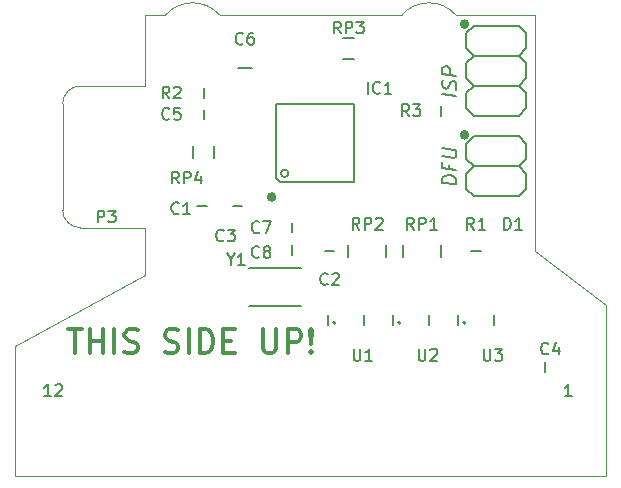
<source format=gto>
G04 #@! TF.FileFunction,Legend,Top*
%FSLAX46Y46*%
G04 Gerber Fmt 4.6, Leading zero omitted, Abs format (unit mm)*
G04 Created by KiCad (PCBNEW 4.0.5) date 02/05/17 15:08:45*
%MOMM*%
%LPD*%
G01*
G04 APERTURE LIST*
%ADD10C,0.100000*%
%ADD11C,0.400000*%
%ADD12C,0.300000*%
%ADD13C,0.200000*%
%ADD14C,0.150000*%
%ADD15R,2.620000X5.160000*%
%ADD16C,3.080000*%
%ADD17R,0.680000X0.980000*%
%ADD18R,0.980000X0.680000*%
%ADD19R,1.080000X1.080000*%
%ADD20C,1.880000*%
%ADD21R,0.630000X1.580000*%
%ADD22R,1.580000X0.630000*%
%ADD23R,1.180000X1.080000*%
%ADD24R,1.080000X1.180000*%
%ADD25R,1.580000X1.380000*%
%ADD26R,0.580000X0.980000*%
%ADD27R,2.080000X0.680000*%
%ADD28R,2.080000X0.530000*%
%ADD29C,0.880000*%
%ADD30O,2.280000X1.730000*%
%ADD31O,2.280000X1.630000*%
%ADD32R,0.680000X1.280000*%
%ADD33R,2.080000X2.480000*%
G04 APERTURE END LIST*
D10*
D11*
X21900000Y23600000D02*
G75*
G03X21900000Y23600000I-200000J0D01*
G01*
D10*
X4000000Y22500000D02*
G75*
G03X5500000Y21000000I1500000J0D01*
G01*
X5500000Y33000000D02*
G75*
G03X4000000Y31500000I0J-1500000D01*
G01*
D12*
X4471428Y12395238D02*
X5614285Y12395238D01*
X5042857Y10395238D02*
X5042857Y12395238D01*
X6280952Y10395238D02*
X6280952Y12395238D01*
X6280952Y11442857D02*
X7423810Y11442857D01*
X7423810Y10395238D02*
X7423810Y12395238D01*
X8376190Y10395238D02*
X8376190Y12395238D01*
X9233333Y10490476D02*
X9519048Y10395238D01*
X9995238Y10395238D01*
X10185714Y10490476D01*
X10280952Y10585714D01*
X10376191Y10776190D01*
X10376191Y10966667D01*
X10280952Y11157143D01*
X10185714Y11252381D01*
X9995238Y11347619D01*
X9614286Y11442857D01*
X9423810Y11538095D01*
X9328571Y11633333D01*
X9233333Y11823810D01*
X9233333Y12014286D01*
X9328571Y12204762D01*
X9423810Y12300000D01*
X9614286Y12395238D01*
X10090476Y12395238D01*
X10376191Y12300000D01*
X12661905Y10490476D02*
X12947620Y10395238D01*
X13423810Y10395238D01*
X13614286Y10490476D01*
X13709524Y10585714D01*
X13804763Y10776190D01*
X13804763Y10966667D01*
X13709524Y11157143D01*
X13614286Y11252381D01*
X13423810Y11347619D01*
X13042858Y11442857D01*
X12852382Y11538095D01*
X12757143Y11633333D01*
X12661905Y11823810D01*
X12661905Y12014286D01*
X12757143Y12204762D01*
X12852382Y12300000D01*
X13042858Y12395238D01*
X13519048Y12395238D01*
X13804763Y12300000D01*
X14661905Y10395238D02*
X14661905Y12395238D01*
X15614286Y10395238D02*
X15614286Y12395238D01*
X16090477Y12395238D01*
X16376191Y12300000D01*
X16566667Y12109524D01*
X16661906Y11919048D01*
X16757144Y11538095D01*
X16757144Y11252381D01*
X16661906Y10871429D01*
X16566667Y10680952D01*
X16376191Y10490476D01*
X16090477Y10395238D01*
X15614286Y10395238D01*
X17614286Y11442857D02*
X18280953Y11442857D01*
X18566667Y10395238D02*
X17614286Y10395238D01*
X17614286Y12395238D01*
X18566667Y12395238D01*
X20947620Y12395238D02*
X20947620Y10776190D01*
X21042859Y10585714D01*
X21138097Y10490476D01*
X21328573Y10395238D01*
X21709525Y10395238D01*
X21900001Y10490476D01*
X21995240Y10585714D01*
X22090478Y10776190D01*
X22090478Y12395238D01*
X23042858Y10395238D02*
X23042858Y12395238D01*
X23804763Y12395238D01*
X23995239Y12300000D01*
X24090478Y12204762D01*
X24185716Y12014286D01*
X24185716Y11728571D01*
X24090478Y11538095D01*
X23995239Y11442857D01*
X23804763Y11347619D01*
X23042858Y11347619D01*
X25042858Y10585714D02*
X25138097Y10490476D01*
X25042858Y10395238D01*
X24947620Y10490476D01*
X25042858Y10585714D01*
X25042858Y10395238D01*
X25042858Y11157143D02*
X24947620Y12300000D01*
X25042858Y12395238D01*
X25138097Y12300000D01*
X25042858Y11157143D01*
X25042858Y12395238D01*
D11*
X38230000Y28870000D02*
G75*
G03X38230000Y28870000I-200000J0D01*
G01*
X38230000Y38240000D02*
G75*
G03X38230000Y38240000I-200000J0D01*
G01*
D13*
X37342857Y24675000D02*
X36142857Y24825000D01*
X36142857Y25110715D01*
X36200000Y25275000D01*
X36314286Y25375000D01*
X36428571Y25417858D01*
X36657143Y25446429D01*
X36828571Y25425001D01*
X37057143Y25339286D01*
X37171429Y25267857D01*
X37285714Y25139286D01*
X37342857Y24960715D01*
X37342857Y24675000D01*
X36714286Y26353571D02*
X36714286Y25953571D01*
X37342857Y25875000D02*
X36142857Y26025000D01*
X36142857Y26596429D01*
X36142857Y27053571D02*
X37114286Y26932142D01*
X37228571Y26975000D01*
X37285714Y27025000D01*
X37342857Y27132143D01*
X37342857Y27360714D01*
X37285714Y27482143D01*
X37228571Y27546429D01*
X37114286Y27617857D01*
X36142857Y27739286D01*
X37342857Y32160714D02*
X36142857Y32310714D01*
X37285714Y32682143D02*
X37342857Y32846429D01*
X37342857Y33132143D01*
X37285714Y33253572D01*
X37228571Y33317858D01*
X37114286Y33389286D01*
X37000000Y33403572D01*
X36885714Y33360715D01*
X36828571Y33310715D01*
X36771429Y33203571D01*
X36714286Y32982143D01*
X36657143Y32875000D01*
X36600000Y32825000D01*
X36485714Y32782143D01*
X36371429Y32796428D01*
X36257143Y32867857D01*
X36200000Y32932143D01*
X36142857Y33053572D01*
X36142857Y33339286D01*
X36200000Y33503572D01*
X37342857Y33875000D02*
X36142857Y34025000D01*
X36142857Y34482143D01*
X36200000Y34589286D01*
X36257143Y34639286D01*
X36371429Y34682143D01*
X36542857Y34660715D01*
X36657143Y34589286D01*
X36714286Y34525000D01*
X36771429Y34403571D01*
X36771429Y33946428D01*
D14*
X47085715Y6747619D02*
X46514286Y6747619D01*
X46800000Y6747619D02*
X46800000Y7747619D01*
X46704762Y7604762D01*
X46609524Y7509524D01*
X46514286Y7461905D01*
X3009524Y6747619D02*
X2438095Y6747619D01*
X2723809Y6747619D02*
X2723809Y7747619D01*
X2628571Y7604762D01*
X2533333Y7509524D01*
X2438095Y7461905D01*
X3390476Y7652381D02*
X3438095Y7700000D01*
X3533333Y7747619D01*
X3771429Y7747619D01*
X3866667Y7700000D01*
X3914286Y7652381D01*
X3961905Y7557143D01*
X3961905Y7461905D01*
X3914286Y7319048D01*
X3342857Y6747619D01*
X3961905Y6747619D01*
D10*
X37300000Y39000000D02*
G75*
G03X32700000Y39000000I-2300000J-2000000D01*
G01*
X17300000Y39000000D02*
G75*
G03X12700000Y39000000I-2300000J-2000000D01*
G01*
X17300000Y39000000D02*
X32700000Y39000000D01*
X37300000Y39000000D02*
X44000000Y39000000D01*
X11000000Y39000000D02*
X12700000Y39000000D01*
X11000000Y39000000D02*
X11000000Y33000000D01*
X0Y11000000D02*
X11000000Y17000000D01*
X5500000Y33000000D02*
X11000000Y33000000D01*
X5500000Y21000000D02*
X11000000Y21000000D01*
X4000000Y31500000D02*
X4000000Y22500000D01*
X11000000Y21000000D02*
X11000000Y17000000D01*
X44000000Y39000000D02*
X44000000Y19000000D01*
X44000000Y19000000D02*
X50000000Y14500000D01*
X50000000Y0D02*
X50000000Y14500000D01*
X0Y0D02*
X0Y11000000D01*
X0Y0D02*
X50000000Y0D01*
D14*
X16800000Y26900000D02*
X16800000Y27900000D01*
X15000000Y26900000D02*
X15000000Y27900000D01*
X27700000Y35300000D02*
X28700000Y35300000D01*
X27700000Y37100000D02*
X28700000Y37100000D01*
D13*
X23400000Y20600000D02*
X23400000Y21400000D01*
X23400000Y18700000D02*
X23400000Y19500000D01*
X38160000Y25565000D02*
X38795000Y26200000D01*
X38795000Y26200000D02*
X38160000Y26835000D01*
X43240000Y26835000D02*
X42605000Y26200000D01*
X42605000Y28740000D02*
X43240000Y28105000D01*
X38160000Y28105000D02*
X38795000Y28740000D01*
X42605000Y26200000D02*
X43240000Y25565000D01*
X43240000Y25565000D02*
X43240000Y24295000D01*
X43240000Y24295000D02*
X42605000Y23660000D01*
X38795000Y23660000D02*
X38160000Y24295000D01*
X38160000Y24295000D02*
X38160000Y25565000D01*
X38160000Y26835000D02*
X38160000Y28105000D01*
X38795000Y28740000D02*
X42605000Y28740000D01*
X43240000Y28105000D02*
X43240000Y26835000D01*
X42605000Y26200000D02*
X38795000Y26200000D01*
X42605000Y23660000D02*
X38795000Y23660000D01*
X38160000Y32395000D02*
X38795000Y33030000D01*
X38160000Y31125000D02*
X38160000Y32395000D01*
X38795000Y30490000D02*
X38160000Y31125000D01*
X42605000Y30490000D02*
X38795000Y30490000D01*
X43240000Y31125000D02*
X42605000Y30490000D01*
X43240000Y32395000D02*
X43240000Y31125000D01*
X42605000Y33030000D02*
X43240000Y32395000D01*
X38160000Y34935000D02*
X38795000Y35570000D01*
X38795000Y35570000D02*
X38160000Y36205000D01*
X43240000Y36205000D02*
X42605000Y35570000D01*
X42605000Y38110000D02*
X43240000Y37475000D01*
X38160000Y37475000D02*
X38795000Y38110000D01*
X42605000Y35570000D02*
X43240000Y34935000D01*
X43240000Y34935000D02*
X43240000Y33665000D01*
X43240000Y33665000D02*
X42605000Y33030000D01*
X38795000Y33030000D02*
X38160000Y33665000D01*
X38160000Y33665000D02*
X38160000Y34935000D01*
X38160000Y36205000D02*
X38160000Y37475000D01*
X38795000Y38110000D02*
X42605000Y38110000D01*
X43240000Y37475000D02*
X43240000Y36205000D01*
X42605000Y35570000D02*
X38795000Y35570000D01*
X42605000Y33030000D02*
X38795000Y33030000D01*
X22400000Y24900000D02*
X22100000Y25200000D01*
X23116228Y25600000D02*
G75*
G03X23116228Y25600000I-316228J0D01*
G01*
X28700000Y24900000D02*
X22400000Y24900000D01*
X22100000Y31500000D02*
X28700000Y31500000D01*
X28700000Y24900000D02*
X28700000Y31500000D01*
X22100000Y25200000D02*
X22100000Y31500000D01*
X16000000Y31000000D02*
X16000000Y30200000D01*
X44800000Y8800000D02*
X44800000Y9600000D01*
X18400000Y22800000D02*
X19200000Y22800000D01*
X26200000Y19000000D02*
X27000000Y19000000D01*
X15400000Y22800000D02*
X16200000Y22800000D01*
X16000000Y32000000D02*
X16000000Y32800000D01*
X38600000Y19000000D02*
X39400000Y19000000D01*
X20031000Y34560000D02*
X18831000Y34560000D01*
D14*
X31400000Y18500000D02*
X31400000Y19500000D01*
X28200000Y18500000D02*
X28200000Y19500000D01*
X36000000Y18500000D02*
X36000000Y19500000D01*
X32800000Y18500000D02*
X32800000Y19500000D01*
D13*
X26500000Y13600000D02*
X26500000Y12800000D01*
X29500000Y13600000D02*
X29500000Y12800000D01*
X27100000Y12950000D02*
G75*
G03X27100000Y12950000I-100000J0D01*
G01*
X32000000Y13600000D02*
X32000000Y12800000D01*
X35000000Y13600000D02*
X35000000Y12800000D01*
X32600000Y12950000D02*
G75*
G03X32600000Y12950000I-100000J0D01*
G01*
X37500000Y13600000D02*
X37500000Y12800000D01*
X40500000Y13600000D02*
X40500000Y12800000D01*
X38100000Y12950000D02*
G75*
G03X38100000Y12950000I-100000J0D01*
G01*
X19800000Y17600000D02*
X24200000Y17600000D01*
X19800000Y14400000D02*
X24200000Y14400000D01*
X36000000Y30500000D02*
X36000000Y31300000D01*
D14*
X13833334Y24747619D02*
X13500000Y25223810D01*
X13261905Y24747619D02*
X13261905Y25747619D01*
X13642858Y25747619D01*
X13738096Y25700000D01*
X13785715Y25652381D01*
X13833334Y25557143D01*
X13833334Y25414286D01*
X13785715Y25319048D01*
X13738096Y25271429D01*
X13642858Y25223810D01*
X13261905Y25223810D01*
X14261905Y24747619D02*
X14261905Y25747619D01*
X14642858Y25747619D01*
X14738096Y25700000D01*
X14785715Y25652381D01*
X14833334Y25557143D01*
X14833334Y25414286D01*
X14785715Y25319048D01*
X14738096Y25271429D01*
X14642858Y25223810D01*
X14261905Y25223810D01*
X15690477Y25414286D02*
X15690477Y24747619D01*
X15452381Y25795238D02*
X15214286Y25080952D01*
X15833334Y25080952D01*
X27533334Y37447619D02*
X27200000Y37923810D01*
X26961905Y37447619D02*
X26961905Y38447619D01*
X27342858Y38447619D01*
X27438096Y38400000D01*
X27485715Y38352381D01*
X27533334Y38257143D01*
X27533334Y38114286D01*
X27485715Y38019048D01*
X27438096Y37971429D01*
X27342858Y37923810D01*
X26961905Y37923810D01*
X27961905Y37447619D02*
X27961905Y38447619D01*
X28342858Y38447619D01*
X28438096Y38400000D01*
X28485715Y38352381D01*
X28533334Y38257143D01*
X28533334Y38114286D01*
X28485715Y38019048D01*
X28438096Y37971429D01*
X28342858Y37923810D01*
X27961905Y37923810D01*
X28866667Y38447619D02*
X29485715Y38447619D01*
X29152381Y38066667D01*
X29295239Y38066667D01*
X29390477Y38019048D01*
X29438096Y37971429D01*
X29485715Y37876190D01*
X29485715Y37638095D01*
X29438096Y37542857D01*
X29390477Y37495238D01*
X29295239Y37447619D01*
X29009524Y37447619D01*
X28914286Y37495238D01*
X28866667Y37542857D01*
X20633334Y20642857D02*
X20585715Y20595238D01*
X20442858Y20547619D01*
X20347620Y20547619D01*
X20204762Y20595238D01*
X20109524Y20690476D01*
X20061905Y20785714D01*
X20014286Y20976190D01*
X20014286Y21119048D01*
X20061905Y21309524D01*
X20109524Y21404762D01*
X20204762Y21500000D01*
X20347620Y21547619D01*
X20442858Y21547619D01*
X20585715Y21500000D01*
X20633334Y21452381D01*
X20966667Y21547619D02*
X21633334Y21547619D01*
X21204762Y20547619D01*
X20633334Y18542857D02*
X20585715Y18495238D01*
X20442858Y18447619D01*
X20347620Y18447619D01*
X20204762Y18495238D01*
X20109524Y18590476D01*
X20061905Y18685714D01*
X20014286Y18876190D01*
X20014286Y19019048D01*
X20061905Y19209524D01*
X20109524Y19304762D01*
X20204762Y19400000D01*
X20347620Y19447619D01*
X20442858Y19447619D01*
X20585715Y19400000D01*
X20633334Y19352381D01*
X21204762Y19019048D02*
X21109524Y19066667D01*
X21061905Y19114286D01*
X21014286Y19209524D01*
X21014286Y19257143D01*
X21061905Y19352381D01*
X21109524Y19400000D01*
X21204762Y19447619D01*
X21395239Y19447619D01*
X21490477Y19400000D01*
X21538096Y19352381D01*
X21585715Y19257143D01*
X21585715Y19209524D01*
X21538096Y19114286D01*
X21490477Y19066667D01*
X21395239Y19019048D01*
X21204762Y19019048D01*
X21109524Y18971429D01*
X21061905Y18923810D01*
X21014286Y18828571D01*
X21014286Y18638095D01*
X21061905Y18542857D01*
X21109524Y18495238D01*
X21204762Y18447619D01*
X21395239Y18447619D01*
X21490477Y18495238D01*
X21538096Y18542857D01*
X21585715Y18638095D01*
X21585715Y18828571D01*
X21538096Y18923810D01*
X21490477Y18971429D01*
X21395239Y19019048D01*
X29823810Y32347619D02*
X29823810Y33347619D01*
X30871429Y32442857D02*
X30823810Y32395238D01*
X30680953Y32347619D01*
X30585715Y32347619D01*
X30442857Y32395238D01*
X30347619Y32490476D01*
X30300000Y32585714D01*
X30252381Y32776190D01*
X30252381Y32919048D01*
X30300000Y33109524D01*
X30347619Y33204762D01*
X30442857Y33300000D01*
X30585715Y33347619D01*
X30680953Y33347619D01*
X30823810Y33300000D01*
X30871429Y33252381D01*
X31823810Y32347619D02*
X31252381Y32347619D01*
X31538095Y32347619D02*
X31538095Y33347619D01*
X31442857Y33204762D01*
X31347619Y33109524D01*
X31252381Y33061905D01*
X13033334Y30242857D02*
X12985715Y30195238D01*
X12842858Y30147619D01*
X12747620Y30147619D01*
X12604762Y30195238D01*
X12509524Y30290476D01*
X12461905Y30385714D01*
X12414286Y30576190D01*
X12414286Y30719048D01*
X12461905Y30909524D01*
X12509524Y31004762D01*
X12604762Y31100000D01*
X12747620Y31147619D01*
X12842858Y31147619D01*
X12985715Y31100000D01*
X13033334Y31052381D01*
X13938096Y31147619D02*
X13461905Y31147619D01*
X13414286Y30671429D01*
X13461905Y30719048D01*
X13557143Y30766667D01*
X13795239Y30766667D01*
X13890477Y30719048D01*
X13938096Y30671429D01*
X13985715Y30576190D01*
X13985715Y30338095D01*
X13938096Y30242857D01*
X13890477Y30195238D01*
X13795239Y30147619D01*
X13557143Y30147619D01*
X13461905Y30195238D01*
X13414286Y30242857D01*
X45133334Y10366857D02*
X45085715Y10319238D01*
X44942858Y10271619D01*
X44847620Y10271619D01*
X44704762Y10319238D01*
X44609524Y10414476D01*
X44561905Y10509714D01*
X44514286Y10700190D01*
X44514286Y10843048D01*
X44561905Y11033524D01*
X44609524Y11128762D01*
X44704762Y11224000D01*
X44847620Y11271619D01*
X44942858Y11271619D01*
X45085715Y11224000D01*
X45133334Y11176381D01*
X45990477Y10938286D02*
X45990477Y10271619D01*
X45752381Y11319238D02*
X45514286Y10604952D01*
X46133334Y10604952D01*
X17633334Y19942857D02*
X17585715Y19895238D01*
X17442858Y19847619D01*
X17347620Y19847619D01*
X17204762Y19895238D01*
X17109524Y19990476D01*
X17061905Y20085714D01*
X17014286Y20276190D01*
X17014286Y20419048D01*
X17061905Y20609524D01*
X17109524Y20704762D01*
X17204762Y20800000D01*
X17347620Y20847619D01*
X17442858Y20847619D01*
X17585715Y20800000D01*
X17633334Y20752381D01*
X17966667Y20847619D02*
X18585715Y20847619D01*
X18252381Y20466667D01*
X18395239Y20466667D01*
X18490477Y20419048D01*
X18538096Y20371429D01*
X18585715Y20276190D01*
X18585715Y20038095D01*
X18538096Y19942857D01*
X18490477Y19895238D01*
X18395239Y19847619D01*
X18109524Y19847619D01*
X18014286Y19895238D01*
X17966667Y19942857D01*
X26433334Y16242857D02*
X26385715Y16195238D01*
X26242858Y16147619D01*
X26147620Y16147619D01*
X26004762Y16195238D01*
X25909524Y16290476D01*
X25861905Y16385714D01*
X25814286Y16576190D01*
X25814286Y16719048D01*
X25861905Y16909524D01*
X25909524Y17004762D01*
X26004762Y17100000D01*
X26147620Y17147619D01*
X26242858Y17147619D01*
X26385715Y17100000D01*
X26433334Y17052381D01*
X26814286Y17052381D02*
X26861905Y17100000D01*
X26957143Y17147619D01*
X27195239Y17147619D01*
X27290477Y17100000D01*
X27338096Y17052381D01*
X27385715Y16957143D01*
X27385715Y16861905D01*
X27338096Y16719048D01*
X26766667Y16147619D01*
X27385715Y16147619D01*
X13833334Y22242857D02*
X13785715Y22195238D01*
X13642858Y22147619D01*
X13547620Y22147619D01*
X13404762Y22195238D01*
X13309524Y22290476D01*
X13261905Y22385714D01*
X13214286Y22576190D01*
X13214286Y22719048D01*
X13261905Y22909524D01*
X13309524Y23004762D01*
X13404762Y23100000D01*
X13547620Y23147619D01*
X13642858Y23147619D01*
X13785715Y23100000D01*
X13833334Y23052381D01*
X14785715Y22147619D02*
X14214286Y22147619D01*
X14500000Y22147619D02*
X14500000Y23147619D01*
X14404762Y23004762D01*
X14309524Y22909524D01*
X14214286Y22861905D01*
X13033334Y31947619D02*
X12700000Y32423810D01*
X12461905Y31947619D02*
X12461905Y32947619D01*
X12842858Y32947619D01*
X12938096Y32900000D01*
X12985715Y32852381D01*
X13033334Y32757143D01*
X13033334Y32614286D01*
X12985715Y32519048D01*
X12938096Y32471429D01*
X12842858Y32423810D01*
X12461905Y32423810D01*
X13414286Y32852381D02*
X13461905Y32900000D01*
X13557143Y32947619D01*
X13795239Y32947619D01*
X13890477Y32900000D01*
X13938096Y32852381D01*
X13985715Y32757143D01*
X13985715Y32661905D01*
X13938096Y32519048D01*
X13366667Y31947619D01*
X13985715Y31947619D01*
X38833334Y20847619D02*
X38500000Y21323810D01*
X38261905Y20847619D02*
X38261905Y21847619D01*
X38642858Y21847619D01*
X38738096Y21800000D01*
X38785715Y21752381D01*
X38833334Y21657143D01*
X38833334Y21514286D01*
X38785715Y21419048D01*
X38738096Y21371429D01*
X38642858Y21323810D01*
X38261905Y21323810D01*
X39785715Y20847619D02*
X39214286Y20847619D01*
X39500000Y20847619D02*
X39500000Y21847619D01*
X39404762Y21704762D01*
X39309524Y21609524D01*
X39214286Y21561905D01*
X19264334Y36602857D02*
X19216715Y36555238D01*
X19073858Y36507619D01*
X18978620Y36507619D01*
X18835762Y36555238D01*
X18740524Y36650476D01*
X18692905Y36745714D01*
X18645286Y36936190D01*
X18645286Y37079048D01*
X18692905Y37269524D01*
X18740524Y37364762D01*
X18835762Y37460000D01*
X18978620Y37507619D01*
X19073858Y37507619D01*
X19216715Y37460000D01*
X19264334Y37412381D01*
X20121477Y37507619D02*
X19931000Y37507619D01*
X19835762Y37460000D01*
X19788143Y37412381D01*
X19692905Y37269524D01*
X19645286Y37079048D01*
X19645286Y36698095D01*
X19692905Y36602857D01*
X19740524Y36555238D01*
X19835762Y36507619D01*
X20026239Y36507619D01*
X20121477Y36555238D01*
X20169096Y36602857D01*
X20216715Y36698095D01*
X20216715Y36936190D01*
X20169096Y37031429D01*
X20121477Y37079048D01*
X20026239Y37126667D01*
X19835762Y37126667D01*
X19740524Y37079048D01*
X19692905Y37031429D01*
X19645286Y36936190D01*
X29133334Y20847619D02*
X28800000Y21323810D01*
X28561905Y20847619D02*
X28561905Y21847619D01*
X28942858Y21847619D01*
X29038096Y21800000D01*
X29085715Y21752381D01*
X29133334Y21657143D01*
X29133334Y21514286D01*
X29085715Y21419048D01*
X29038096Y21371429D01*
X28942858Y21323810D01*
X28561905Y21323810D01*
X29561905Y20847619D02*
X29561905Y21847619D01*
X29942858Y21847619D01*
X30038096Y21800000D01*
X30085715Y21752381D01*
X30133334Y21657143D01*
X30133334Y21514286D01*
X30085715Y21419048D01*
X30038096Y21371429D01*
X29942858Y21323810D01*
X29561905Y21323810D01*
X30514286Y21752381D02*
X30561905Y21800000D01*
X30657143Y21847619D01*
X30895239Y21847619D01*
X30990477Y21800000D01*
X31038096Y21752381D01*
X31085715Y21657143D01*
X31085715Y21561905D01*
X31038096Y21419048D01*
X30466667Y20847619D01*
X31085715Y20847619D01*
X33733334Y20847619D02*
X33400000Y21323810D01*
X33161905Y20847619D02*
X33161905Y21847619D01*
X33542858Y21847619D01*
X33638096Y21800000D01*
X33685715Y21752381D01*
X33733334Y21657143D01*
X33733334Y21514286D01*
X33685715Y21419048D01*
X33638096Y21371429D01*
X33542858Y21323810D01*
X33161905Y21323810D01*
X34161905Y20847619D02*
X34161905Y21847619D01*
X34542858Y21847619D01*
X34638096Y21800000D01*
X34685715Y21752381D01*
X34733334Y21657143D01*
X34733334Y21514286D01*
X34685715Y21419048D01*
X34638096Y21371429D01*
X34542858Y21323810D01*
X34161905Y21323810D01*
X35685715Y20847619D02*
X35114286Y20847619D01*
X35400000Y20847619D02*
X35400000Y21847619D01*
X35304762Y21704762D01*
X35209524Y21609524D01*
X35114286Y21561905D01*
X41361905Y20847619D02*
X41361905Y21847619D01*
X41600000Y21847619D01*
X41742858Y21800000D01*
X41838096Y21704762D01*
X41885715Y21609524D01*
X41933334Y21419048D01*
X41933334Y21276190D01*
X41885715Y21085714D01*
X41838096Y20990476D01*
X41742858Y20895238D01*
X41600000Y20847619D01*
X41361905Y20847619D01*
X42885715Y20847619D02*
X42314286Y20847619D01*
X42600000Y20847619D02*
X42600000Y21847619D01*
X42504762Y21704762D01*
X42409524Y21609524D01*
X42314286Y21561905D01*
X6961905Y21447619D02*
X6961905Y22447619D01*
X7342858Y22447619D01*
X7438096Y22400000D01*
X7485715Y22352381D01*
X7533334Y22257143D01*
X7533334Y22114286D01*
X7485715Y22019048D01*
X7438096Y21971429D01*
X7342858Y21923810D01*
X6961905Y21923810D01*
X7866667Y22447619D02*
X8485715Y22447619D01*
X8152381Y22066667D01*
X8295239Y22066667D01*
X8390477Y22019048D01*
X8438096Y21971429D01*
X8485715Y21876190D01*
X8485715Y21638095D01*
X8438096Y21542857D01*
X8390477Y21495238D01*
X8295239Y21447619D01*
X8009524Y21447619D01*
X7914286Y21495238D01*
X7866667Y21542857D01*
X28638095Y10747619D02*
X28638095Y9938095D01*
X28685714Y9842857D01*
X28733333Y9795238D01*
X28828571Y9747619D01*
X29019048Y9747619D01*
X29114286Y9795238D01*
X29161905Y9842857D01*
X29209524Y9938095D01*
X29209524Y10747619D01*
X30209524Y9747619D02*
X29638095Y9747619D01*
X29923809Y9747619D02*
X29923809Y10747619D01*
X29828571Y10604762D01*
X29733333Y10509524D01*
X29638095Y10461905D01*
X34138095Y10747619D02*
X34138095Y9938095D01*
X34185714Y9842857D01*
X34233333Y9795238D01*
X34328571Y9747619D01*
X34519048Y9747619D01*
X34614286Y9795238D01*
X34661905Y9842857D01*
X34709524Y9938095D01*
X34709524Y10747619D01*
X35138095Y10652381D02*
X35185714Y10700000D01*
X35280952Y10747619D01*
X35519048Y10747619D01*
X35614286Y10700000D01*
X35661905Y10652381D01*
X35709524Y10557143D01*
X35709524Y10461905D01*
X35661905Y10319048D01*
X35090476Y9747619D01*
X35709524Y9747619D01*
X39638095Y10747619D02*
X39638095Y9938095D01*
X39685714Y9842857D01*
X39733333Y9795238D01*
X39828571Y9747619D01*
X40019048Y9747619D01*
X40114286Y9795238D01*
X40161905Y9842857D01*
X40209524Y9938095D01*
X40209524Y10747619D01*
X40590476Y10747619D02*
X41209524Y10747619D01*
X40876190Y10366667D01*
X41019048Y10366667D01*
X41114286Y10319048D01*
X41161905Y10271429D01*
X41209524Y10176190D01*
X41209524Y9938095D01*
X41161905Y9842857D01*
X41114286Y9795238D01*
X41019048Y9747619D01*
X40733333Y9747619D01*
X40638095Y9795238D01*
X40590476Y9842857D01*
X18223809Y18323810D02*
X18223809Y17847619D01*
X17890476Y18847619D02*
X18223809Y18323810D01*
X18557143Y18847619D01*
X19414286Y17847619D02*
X18842857Y17847619D01*
X19128571Y17847619D02*
X19128571Y18847619D01*
X19033333Y18704762D01*
X18938095Y18609524D01*
X18842857Y18561905D01*
X33333334Y30447619D02*
X33000000Y30923810D01*
X32761905Y30447619D02*
X32761905Y31447619D01*
X33142858Y31447619D01*
X33238096Y31400000D01*
X33285715Y31352381D01*
X33333334Y31257143D01*
X33333334Y31114286D01*
X33285715Y31019048D01*
X33238096Y30971429D01*
X33142858Y30923810D01*
X32761905Y30923810D01*
X33666667Y31447619D02*
X34285715Y31447619D01*
X33952381Y31066667D01*
X34095239Y31066667D01*
X34190477Y31019048D01*
X34238096Y30971429D01*
X34285715Y30876190D01*
X34285715Y30638095D01*
X34238096Y30542857D01*
X34190477Y30495238D01*
X34095239Y30447619D01*
X33809524Y30447619D01*
X33714286Y30495238D01*
X33666667Y30542857D01*
%LPC*%
D15*
X23021200Y3770000D03*
X26978800Y3770000D03*
X46778800Y3770000D03*
X42818800Y3770000D03*
X38858800Y3770000D03*
X11141200Y3770000D03*
X7181200Y3770000D03*
X3221200Y3770000D03*
X34898800Y3770000D03*
X15101200Y3770000D03*
X30938800Y3770000D03*
X19061200Y3770000D03*
D16*
X15000000Y37000000D03*
X35000000Y37000000D03*
X15000000Y17000000D03*
D17*
X16350000Y28200000D03*
X15450000Y28200000D03*
X15450000Y26600000D03*
X16350000Y26600000D03*
D18*
X29000000Y35750000D03*
X29000000Y36650000D03*
X27400000Y36650000D03*
X27400000Y35750000D03*
D19*
X24300000Y21000000D03*
X22500000Y21000000D03*
X24300000Y19100000D03*
X22500000Y19100000D03*
D20*
X39430000Y27470000D03*
X41970000Y27470000D03*
X39430000Y24930000D03*
X41970000Y24930000D03*
X39430000Y36840000D03*
X41970000Y36840000D03*
X39430000Y34300000D03*
X41970000Y34300000D03*
X39430000Y31760000D03*
X41970000Y31760000D03*
D21*
X22600000Y23900000D03*
X23400000Y23900000D03*
X24200000Y23900000D03*
X25000000Y23900000D03*
X25800000Y23900000D03*
X26600000Y23900000D03*
X27400000Y23900000D03*
X28200000Y23900000D03*
D22*
X29700000Y25400000D03*
X29700000Y26200000D03*
X29700000Y27000000D03*
X29700000Y27800000D03*
X29700000Y28600000D03*
X29700000Y29400000D03*
X29700000Y30200000D03*
X29700000Y31000000D03*
D21*
X28200000Y32500000D03*
X27400000Y32500000D03*
X26600000Y32500000D03*
X25800000Y32500000D03*
X25000000Y32500000D03*
X24200000Y32500000D03*
X23400000Y32500000D03*
X22600000Y32500000D03*
D22*
X21100000Y31000000D03*
X21100000Y30200000D03*
X21100000Y29400000D03*
X21100000Y28600000D03*
X21100000Y27800000D03*
X21100000Y27000000D03*
X21100000Y26200000D03*
X21100000Y25400000D03*
D23*
X15150000Y30600000D03*
X16850000Y30600000D03*
X45650000Y9200000D03*
X43950000Y9200000D03*
D24*
X18800000Y21950000D03*
X18800000Y23650000D03*
X26600000Y18150000D03*
X26600000Y19850000D03*
X15800000Y21950000D03*
X15800000Y23650000D03*
X16850000Y32400000D03*
X15150000Y32400000D03*
D23*
X39000000Y18150000D03*
X39000000Y19850000D03*
D25*
X19431000Y35510000D03*
X19431000Y33610000D03*
D26*
X31000000Y19800000D03*
X30200000Y19800000D03*
X29400000Y19800000D03*
X28600000Y19800000D03*
X28600000Y18200000D03*
X29400000Y18200000D03*
X30200000Y18200000D03*
X31000000Y18200000D03*
X35600000Y19800000D03*
X34800000Y19800000D03*
X34000000Y19800000D03*
X33200000Y19800000D03*
X33200000Y18200000D03*
X34000000Y18200000D03*
X34800000Y18200000D03*
X35600000Y18200000D03*
D23*
X41000000Y19850000D03*
X41000000Y18150000D03*
D27*
X9900000Y28375000D03*
D28*
X9900000Y27650000D03*
X9900000Y26350000D03*
D27*
X9900000Y25625000D03*
D28*
X9900000Y27000000D03*
D29*
X8500000Y29500000D03*
X8500000Y24500000D03*
D30*
X9550000Y30725000D03*
X9550000Y23275000D03*
D31*
X5750000Y30875000D03*
X5750000Y23125000D03*
D32*
X27050000Y12050000D03*
X28000000Y12050000D03*
X28950000Y12050000D03*
X28950000Y14350000D03*
X28000000Y14350000D03*
X27050000Y14350000D03*
X32550000Y12050000D03*
X33500000Y12050000D03*
X34450000Y12050000D03*
X34450000Y14350000D03*
X33500000Y14350000D03*
X32550000Y14350000D03*
X38050000Y12050000D03*
X39000000Y12050000D03*
X39950000Y12050000D03*
X39950000Y14350000D03*
X39000000Y14350000D03*
X38050000Y14350000D03*
D33*
X24100000Y16000000D03*
X19900000Y16000000D03*
D24*
X36850000Y30900000D03*
X35150000Y30900000D03*
M02*

</source>
